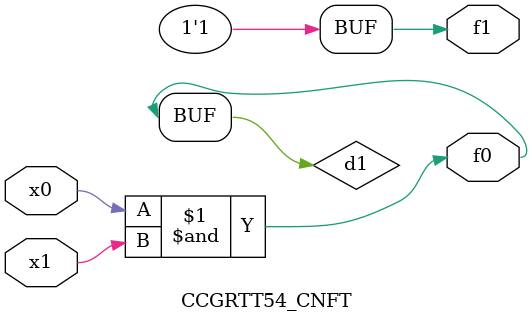
<source format=v>
module CCGRTT54_CNFT(
	input x0, x1,
	output f0, f1
);

	wire d1;

	assign f0 = d1;
	and (d1, x0, x1);
	assign f1 = 1'b1;
endmodule

</source>
